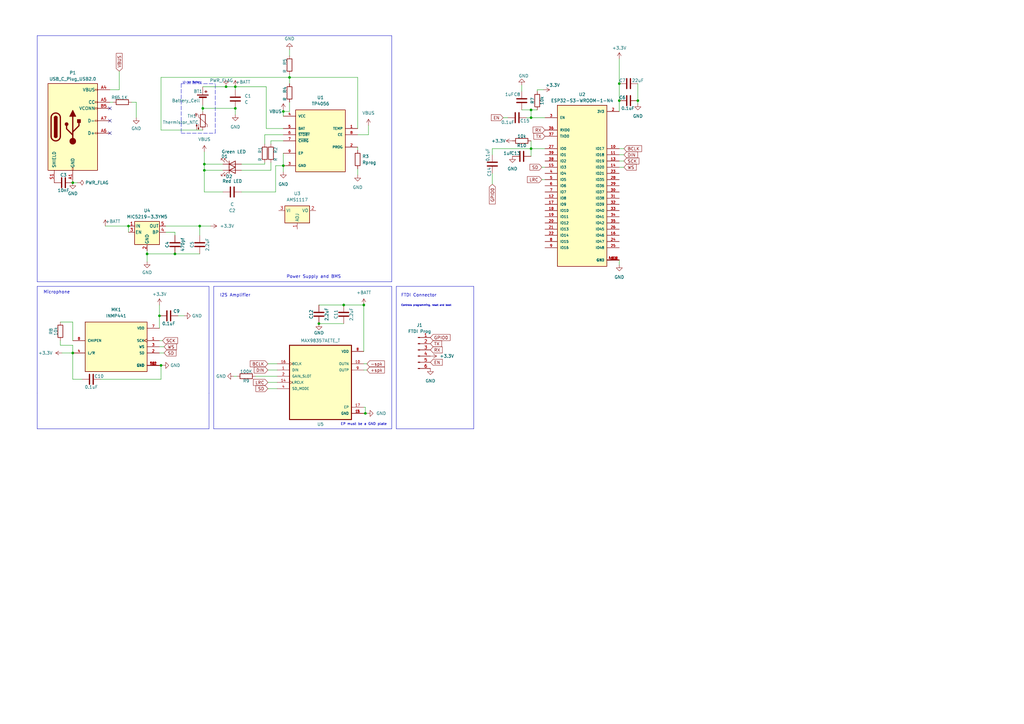
<source format=kicad_sch>
(kicad_sch (version 20230121) (generator eeschema)
  (paper "A3")
  (lib_symbols
    (symbol "Connector:Conn_01x06_Pin" (pin_names (offset 1.016) hide)
      (property "Reference" "J" (at 0 7.62 0))
      (property "Value" "Conn_01x06_Pin" (at 0 -10.16 0))
      (symbol "Conn_01x06_Pin_1_1"
        (polyline (pts (xy 1.27 -7.62) (xy 0.8636 -7.62)) (stroke (width 0.1524)))
        (polyline (pts (xy 1.27 -5.08) (xy 0.8636 -5.08)) (stroke (width 0.1524)))
        (polyline (pts (xy 1.27 -2.54) (xy 0.8636 -2.54)) (stroke (width 0.1524)))
        (polyline (pts (xy 1.27 0) (xy 0.8636 0)) (stroke (width 0.1524)))
        (polyline (pts (xy 1.27 2.54) (xy 0.8636 2.54)) (stroke (width 0.1524)))
        (polyline (pts (xy 1.27 5.08) (xy 0.8636 5.08)) (stroke (width 0.1524)))
        (rectangle (start 0.8636 -7.493) (end 0 -7.747) (stroke (width 0.1524)) (fill (type outline)))
        (rectangle (start 0.8636 -4.953) (end 0 -5.207) (stroke (width 0.1524)) (fill (type outline)))
        (rectangle (start 0.8636 -2.413) (end 0 -2.667) (stroke (width 0.1524)) (fill (type outline)))
        (rectangle (start 0.8636 0.127) (end 0 -0.127) (stroke (width 0.1524)) (fill (type outline)))
        (rectangle (start 0.8636 2.667) (end 0 2.413) (stroke (width 0.1524)) (fill (type outline)))
        (rectangle (start 0.8636 5.207) (end 0 4.953) (stroke (width 0.1524)) (fill (type outline)))
        (pin passive line (at 5.08 5.08 180) (length 3.81) (name "Pin_1") (number "1"))
        (pin passive line (at 5.08 2.54 180) (length 3.81) (name "Pin_2") (number "2"))
        (pin passive line (at 5.08 0 180) (length 3.81) (name "Pin_3") (number "3"))
        (pin passive line (at 5.08 -2.54 180) (length 3.81) (name "Pin_4") (number "4"))
        (pin passive line (at 5.08 -5.08 180) (length 3.81) (name "Pin_5") (number "5"))
        (pin passive line (at 5.08 -7.62 180) (length 3.81) (name "Pin_6") (number "6"))
      )
    )
    (symbol "Connector:USB_C_Plug_USB2.0" (pin_names (offset 1.016))
      (property "Reference" "P" (at -10.16 19.05 0))
      (property "Value" "USB_C_Plug_USB2.0" (at 12.7 19.05 0))
      (symbol "USB_C_Plug_USB2.0_0_0"
        (rectangle (start -0.254 -17.78) (end 0.254 -16.764))
        (rectangle (start 10.16 -2.286) (end 9.144 -2.794))
        (rectangle (start 10.16 2.794) (end 9.144 2.286))
        (rectangle (start 10.16 7.874) (end 9.144 7.366))
        (rectangle (start 10.16 10.414) (end 9.144 9.906))
        (rectangle (start 10.16 15.494) (end 9.144 14.986))
      )
      (symbol "USB_C_Plug_USB2.0_0_1"
        (rectangle (start -10.16 17.78) (end 10.16 -17.78) (stroke (width 0.254)) (fill (type background)))
        (arc (start -8.89 -3.81) (mid -6.985 -5.7067) (end -5.08 -3.81) (stroke (width 0.508)))
        (arc (start -7.62 -3.81) (mid -6.985 -4.4423) (end -6.35 -3.81) (stroke (width 0.254)))
        (arc (start -7.62 -3.81) (mid -6.985 -4.4423) (end -6.35 -3.81) (stroke (width 0.254)) (fill (type outline)))
        (rectangle (start -7.62 -3.81) (end -6.35 3.81) (stroke (width 0.254)) (fill (type outline)))
        (arc (start -6.35 3.81) (mid -6.985 4.4423) (end -7.62 3.81) (stroke (width 0.254)))
        (arc (start -6.35 3.81) (mid -6.985 4.4423) (end -7.62 3.81) (stroke (width 0.254)) (fill (type outline)))
        (arc (start -5.08 3.81) (mid -6.985 5.7067) (end -8.89 3.81) (stroke (width 0.508)))
        (circle (center -2.54 1.143) (radius 0.635) (stroke (width 0.254)) (fill (type outline)))
        (circle (center 0 -5.842) (radius 1.27) (fill (type outline)))
        (polyline (pts (xy -8.89 -3.81) (xy -8.89 3.81)) (stroke (width 0.508)))
        (polyline (pts (xy -5.08 3.81) (xy -5.08 -3.81)) (stroke (width 0.508)))
        (polyline (pts (xy 0 -5.842) (xy 0 4.318)) (stroke (width 0.508)))
        (polyline (pts (xy 0 -3.302) (xy -2.54 -0.762) (xy -2.54 0.508)) (stroke (width 0.508)))
        (polyline (pts (xy 0 -2.032) (xy 2.54 0.508) (xy 2.54 1.778)) (stroke (width 0.508)))
        (polyline (pts (xy -1.27 4.318) (xy 0 6.858) (xy 1.27 4.318) (xy -1.27 4.318)) (stroke (width 0.254)) (fill (type outline)))
        (rectangle (start 1.905 1.778) (end 3.175 3.048) (stroke (width 0.254)) (fill (type outline)))
      )
      (symbol "USB_C_Plug_USB2.0_1_1"
        (pin passive line (at 0 -22.86 90) (length 5.08) (name "GND") (number "A1"))
        (pin passive line (at 0 -22.86 90) (length 5.08) hide (name "GND") (number "A12"))
        (pin passive line (at 15.24 15.24 180) (length 5.08) (name "VBUS") (number "A4"))
        (pin bidirectional line (at 15.24 10.16 180) (length 5.08) (name "CC") (number "A5"))
        (pin bidirectional line (at 15.24 -2.54 180) (length 5.08) (name "D+") (number "A6"))
        (pin bidirectional line (at 15.24 2.54 180) (length 5.08) (name "D-") (number "A7"))
        (pin passive line (at 15.24 15.24 180) (length 5.08) hide (name "VBUS") (number "A9"))
        (pin passive line (at 0 -22.86 90) (length 5.08) hide (name "GND") (number "B1"))
        (pin passive line (at 0 -22.86 90) (length 5.08) hide (name "GND") (number "B12"))
        (pin passive line (at 15.24 15.24 180) (length 5.08) hide (name "VBUS") (number "B4"))
        (pin bidirectional line (at 15.24 7.62 180) (length 5.08) (name "VCONN") (number "B5"))
        (pin passive line (at 15.24 15.24 180) (length 5.08) hide (name "VBUS") (number "B9"))
        (pin passive line (at -7.62 -22.86 90) (length 5.08) (name "SHIELD") (number "S1"))
      )
    )
    (symbol "Device:Battery_Cell" (pin_numbers hide) (pin_names (offset 0) hide)
      (property "Reference" "BT" (at 2.54 2.54 0))
      (property "Value" "Battery_Cell" (at 2.54 0 0))
      (symbol "Battery_Cell_0_1"
        (rectangle (start -2.286 1.778) (end 2.286 1.524) (fill (type outline)))
        (rectangle (start -1.524 1.016) (end 1.524 0.508) (fill (type outline)))
        (polyline (pts (xy 0 0.762) (xy 0 0)))
        (polyline (pts (xy 0 1.778) (xy 0 2.54)))
        (polyline (pts (xy 0.762 3.048) (xy 1.778 3.048)) (stroke (width 0.254)))
        (polyline (pts (xy 1.27 3.556) (xy 1.27 2.54)) (stroke (width 0.254)))
      )
      (symbol "Battery_Cell_1_1"
        (pin passive line (at 0 5.08 270) (length 2.54) (name "+") (number "1"))
        (pin passive line (at 0 -2.54 90) (length 2.54) (name "-") (number "2"))
      )
    )
    (symbol "Device:C" (pin_numbers hide) (pin_names (offset 0.254))
      (property "Reference" "C" (at 0.635 2.54 0))
      (property "Value" "C" (at 0.635 -2.54 0))
      (symbol "C_0_1"
        (polyline (pts (xy -2.032 -0.762) (xy 2.032 -0.762)) (stroke (width 0.508)))
        (polyline (pts (xy -2.032 0.762) (xy 2.032 0.762)) (stroke (width 0.508)))
      )
      (symbol "C_1_1"
        (pin passive line (at 0 3.81 270) (length 2.794) (name "~") (number "1"))
        (pin passive line (at 0 -3.81 90) (length 2.794) (name "~") (number "2"))
      )
    )
    (symbol "Device:LED" (pin_numbers hide) (pin_names (offset 1.016) hide)
      (property "Reference" "D" (at 0 2.54 0))
      (property "Value" "LED" (at 0 -2.54 0))
      (symbol "LED_0_1"
        (polyline (pts (xy -1.27 -1.27) (xy -1.27 1.27)) (stroke (width 0.254)))
        (polyline (pts (xy -1.27 0) (xy 1.27 0)))
        (polyline (pts (xy 1.27 -1.27) (xy 1.27 1.27) (xy -1.27 0) (xy 1.27 -1.27)) (stroke (width 0.254)))
        (polyline (pts (xy -3.048 -0.762) (xy -4.572 -2.286) (xy -3.81 -2.286) (xy -4.572 -2.286) (xy -4.572 -1.524)))
        (polyline (pts (xy -1.778 -0.762) (xy -3.302 -2.286) (xy -2.54 -2.286) (xy -3.302 -2.286) (xy -3.302 -1.524)))
      )
      (symbol "LED_1_1"
        (pin passive line (at -3.81 0 0) (length 2.54) (name "K") (number "1"))
        (pin passive line (at 3.81 0 180) (length 2.54) (name "A") (number "2"))
      )
    )
    (symbol "Device:R" (pin_numbers hide) (pin_names (offset 0))
      (property "Reference" "R" (at 2.032 0 90))
      (property "Value" "R" (at 0 0 90))
      (symbol "R_0_1"
        (rectangle (start -1.016 -2.54) (end 1.016 2.54) (stroke (width 0.254)))
      )
      (symbol "R_1_1"
        (pin passive line (at 0 3.81 270) (length 1.27) (name "~") (number "1"))
        (pin passive line (at 0 -3.81 90) (length 1.27) (name "~") (number "2"))
      )
    )
    (symbol "Device:Thermistor_NTC" (pin_numbers hide) (pin_names (offset 0))
      (property "Reference" "TH" (at -4.445 0 90))
      (property "Value" "Thermistor_NTC" (at 3.175 0 90))
      (symbol "Thermistor_NTC_0_1"
        (arc (start -3.048 2.159) (mid -3.0495 2.3143) (end -3.175 2.413))
        (arc (start -3.048 2.159) (mid -2.9736 1.9794) (end -2.794 1.905))
        (arc (start -3.048 2.794) (mid -2.9736 2.6144) (end -2.794 2.54))
        (arc (start -2.794 1.905) (mid -2.6144 1.9794) (end -2.54 2.159))
        (arc (start -2.794 2.54) (mid -2.4393 2.5587) (end -2.159 2.794))
        (arc (start -2.794 3.048) (mid -2.9736 2.9736) (end -3.048 2.794))
        (arc (start -2.54 2.794) (mid -2.6144 2.9736) (end -2.794 3.048))
        (rectangle (start -1.016 2.54) (end 1.016 -2.54) (stroke (width 0.254)))
        (polyline (pts (xy -2.54 2.159) (xy -2.54 2.794)))
        (polyline (pts (xy -1.778 2.54) (xy -1.778 1.524) (xy 1.778 -1.524) (xy 1.778 -2.54)))
        (polyline (pts (xy -2.54 -3.683) (xy -2.54 -1.397) (xy -2.794 -2.159) (xy -2.286 -2.159) (xy -2.54 -1.397) (xy -2.54 -1.651)) (fill (type outline)))
        (polyline (pts (xy -1.778 -1.397) (xy -1.778 -3.683) (xy -2.032 -2.921) (xy -1.524 -2.921) (xy -1.778 -3.683) (xy -1.778 -3.429)) (fill (type outline)))
      )
      (symbol "Thermistor_NTC_1_1"
        (pin passive line (at 0 3.81 270) (length 1.27) (name "~") (number "1"))
        (pin passive line (at 0 -3.81 90) (length 1.27) (name "~") (number "2"))
      )
    )
    (symbol "ESP32-S3-WROOM-1-N4:ESP32-S3-WROOM-1-N4" (pin_names (offset 1.016))
      (property "Reference" "U" (at -10.16 34.1122 0))
      (property "Value" "ESP32-S3-WROOM-1-N4" (at -10.16 -35.56 0))
      (symbol "ESP32-S3-WROOM-1-N4_0_0"
        (rectangle (start -10.16 -33.02) (end 10.16 33.02) (stroke (width 0.254)) (fill (type background)))
        (pin power_in line (at 15.24 -30.48 180) (length 5.08) (name "GND") (number "1"))
        (pin bidirectional line (at 15.24 15.24 180) (length 5.08) (name "IO17") (number "10"))
        (pin bidirectional line (at 15.24 12.7 180) (length 5.08) (name "IO18") (number "11"))
        (pin bidirectional line (at -15.24 -5.08 0) (length 5.08) (name "IO8") (number "12"))
        (pin bidirectional line (at 15.24 10.16 180) (length 5.08) (name "IO19") (number "13"))
        (pin bidirectional line (at 15.24 7.62 180) (length 5.08) (name "IO20") (number "14"))
        (pin bidirectional line (at -15.24 7.62 0) (length 5.08) (name "IO3") (number "15"))
        (pin bidirectional line (at 15.24 -20.32 180) (length 5.08) (name "IO46") (number "16"))
        (pin bidirectional line (at -15.24 -7.62 0) (length 5.08) (name "IO9") (number "17"))
        (pin bidirectional line (at -15.24 -10.16 0) (length 5.08) (name "IO10") (number "18"))
        (pin bidirectional line (at -15.24 -12.7 0) (length 5.08) (name "IO11") (number "19"))
        (pin power_in line (at 15.24 30.48 180) (length 5.08) (name "3V3") (number "2"))
        (pin bidirectional line (at -15.24 -15.24 0) (length 5.08) (name "IO12") (number "20"))
        (pin bidirectional line (at -15.24 -17.78 0) (length 5.08) (name "IO13") (number "21"))
        (pin bidirectional line (at -15.24 -20.32 0) (length 5.08) (name "IO14") (number "22"))
        (pin bidirectional line (at 15.24 5.08 180) (length 5.08) (name "IO21") (number "23"))
        (pin bidirectional line (at 15.24 -22.86 180) (length 5.08) (name "IO47") (number "24"))
        (pin bidirectional line (at 15.24 -25.4 180) (length 5.08) (name "IO48") (number "25"))
        (pin bidirectional line (at 15.24 -17.78 180) (length 5.08) (name "IO45") (number "26"))
        (pin bidirectional line (at -15.24 15.24 0) (length 5.08) (name "IO0") (number "27"))
        (pin bidirectional line (at 15.24 2.54 180) (length 5.08) (name "IO35") (number "28"))
        (pin bidirectional line (at 15.24 0 180) (length 5.08) (name "IO36") (number "29"))
        (pin input line (at -15.24 27.94 0) (length 5.08) (name "EN") (number "3"))
        (pin bidirectional line (at 15.24 -2.54 180) (length 5.08) (name "IO37") (number "30"))
        (pin bidirectional line (at 15.24 -5.08 180) (length 5.08) (name "IO38") (number "31"))
        (pin bidirectional line (at 15.24 -7.62 180) (length 5.08) (name "IO39") (number "32"))
        (pin bidirectional line (at 15.24 -10.16 180) (length 5.08) (name "IO40") (number "33"))
        (pin bidirectional line (at 15.24 -12.7 180) (length 5.08) (name "IO41") (number "34"))
        (pin bidirectional line (at 15.24 -15.24 180) (length 5.08) (name "IO42") (number "35"))
        (pin bidirectional line (at -15.24 22.86 0) (length 5.08) (name "RXD0") (number "36"))
        (pin bidirectional line (at -15.24 20.32 0) (length 5.08) (name "TXD0") (number "37"))
        (pin bidirectional line (at -15.24 10.16 0) (length 5.08) (name "IO2") (number "38"))
        (pin bidirectional line (at -15.24 12.7 0) (length 5.08) (name "IO1") (number "39"))
        (pin bidirectional line (at -15.24 5.08 0) (length 5.08) (name "IO4") (number "4"))
        (pin power_in line (at 15.24 -30.48 180) (length 5.08) (name "GND") (number "40"))
        (pin power_in line (at 15.24 -30.48 180) (length 5.08) (name "GND") (number "41_1"))
        (pin power_in line (at 15.24 -30.48 180) (length 5.08) (name "GND") (number "41_2"))
        (pin power_in line (at 15.24 -30.48 180) (length 5.08) (name "GND") (number "41_3"))
        (pin power_in line (at 15.24 -30.48 180) (length 5.08) (name "GND") (number "41_4"))
        (pin power_in line (at 15.24 -30.48 180) (length 5.08) (name "GND") (number "41_5"))
        (pin power_in line (at 15.24 -30.48 180) (length 5.08) (name "GND") (number "41_6"))
        (pin power_in line (at 15.24 -30.48 180) (length 5.08) (name "GND") (number "41_7"))
        (pin power_in line (at 15.24 -30.48 180) (length 5.08) (name "GND") (number "41_8"))
        (pin power_in line (at 15.24 -30.48 180) (length 5.08) (name "GND") (number "41_9"))
        (pin bidirectional line (at -15.24 2.54 0) (length 5.08) (name "IO5") (number "5"))
        (pin bidirectional line (at -15.24 0 0) (length 5.08) (name "IO6") (number "6"))
        (pin bidirectional line (at -15.24 -2.54 0) (length 5.08) (name "IO7") (number "7"))
        (pin bidirectional line (at -15.24 -22.86 0) (length 5.08) (name "IO15") (number "8"))
        (pin bidirectional line (at -15.24 -25.4 0) (length 5.08) (name "IO16") (number "9"))
      )
    )
    (symbol "INMP441:INMP441" (pin_names (offset 1.016))
      (property "Reference" "MK" (at -12.7 10.795 0))
      (property "Value" "INMP441" (at -12.7 -12.7 0))
      (symbol "INMP441_0_0"
        (rectangle (start -12.7 -10.16) (end 12.7 10.16) (stroke (width 0.254)) (fill (type background)))
        (pin input clock (at 17.78 2.54 180) (length 5.08) (name "SCK") (number "1"))
        (pin bidirectional line (at 17.78 -2.54 180) (length 5.08) (name "SD") (number "2"))
        (pin input line (at 17.78 0 180) (length 5.08) (name "WS") (number "3"))
        (pin input line (at -17.78 -2.54 0) (length 5.08) (name "L/R") (number "4"))
        (pin power_in line (at 17.78 -7.62 180) (length 5.08) (name "GND") (number "5_1"))
        (pin power_in line (at 17.78 -7.62 180) (length 5.08) (name "GND") (number "5_2"))
        (pin power_in line (at 17.78 -7.62 180) (length 5.08) (name "GND") (number "6"))
        (pin power_in line (at 17.78 7.62 180) (length 5.08) (name "VDD") (number "7"))
        (pin input line (at -17.78 2.54 0) (length 5.08) (name "CHIPEN") (number "8"))
        (pin power_in line (at 17.78 -7.62 180) (length 5.08) (name "GND") (number "9"))
      )
    )
    (symbol "MAX98357AETE_T:MAX98357AETE_T" (pin_names (offset 1.016))
      (property "Reference" "U" (at -12.7 16.24 0))
      (property "Value" "MAX98357AETE_T" (at -12.7 -19.24 0))
      (symbol "MAX98357AETE_T_0_0"
        (rectangle (start -12.7 -15.24) (end 12.7 15.24) (stroke (width 0.41)) (fill (type background)))
        (pin input line (at -17.78 5.08 0) (length 5.08) (name "DIN") (number "1"))
        (pin output line (at 17.78 7.62 180) (length 5.08) (name "OUTN") (number "10"))
        (pin power_in line (at 17.78 -12.7 180) (length 5.08) (name "GND") (number "11"))
        (pin input clock (at -17.78 0 0) (length 5.08) (name "LRCLK") (number "14"))
        (pin power_in line (at 17.78 -12.7 180) (length 5.08) (name "GND") (number "15"))
        (pin input clock (at -17.78 7.62 0) (length 5.08) (name "BCLK") (number "16"))
        (pin power_in line (at 17.78 -10.16 180) (length 5.08) (name "EP") (number "17"))
        (pin input line (at -17.78 2.54 0) (length 5.08) (name "GAIN_SLOT") (number "2"))
        (pin power_in line (at 17.78 -12.7 180) (length 5.08) (name "GND") (number "3"))
        (pin input line (at -17.78 -2.54 0) (length 5.08) (name "SD_MODE") (number "4"))
        (pin power_in line (at 17.78 12.7 180) (length 5.08) (name "VDD") (number "7"))
        (pin power_in line (at 17.78 12.7 180) (length 5.08) (name "VDD") (number "8"))
        (pin output line (at 17.78 5.08 180) (length 5.08) (name "OUTP") (number "9"))
      )
    )
    (symbol "Regulator_Linear:AMS1117"
      (property "Reference" "U" (at -3.81 3.175 0))
      (property "Value" "AMS1117" (at 0 3.175 0))
      (symbol "AMS1117_0_1"
        (rectangle (start -5.08 -5.08) (end 5.08 1.905) (stroke (width 0.254)) (fill (type background)))
      )
      (symbol "AMS1117_1_1"
        (pin input line (at 0 -7.62 90) (length 2.54) (name "ADJ") (number "1"))
        (pin power_out line (at 7.62 0 180) (length 2.54) (name "VO") (number "2"))
        (pin power_in line (at -7.62 0 0) (length 2.54) (name "VI") (number "3"))
      )
    )
    (symbol "Regulator_Linear:MIC5219-3.3YM5" (pin_names (offset 0.254))
      (property "Reference" "U" (at -3.81 5.715 0))
      (property "Value" "MIC5219-3.3YM5" (at 0 5.715 0))
      (symbol "MIC5219-3.3YM5_0_1"
        (rectangle (start -5.08 4.445) (end 5.08 -5.08) (stroke (width 0.254)) (fill (type background)))
      )
      (symbol "MIC5219-3.3YM5_1_1"
        (pin power_in line (at -7.62 2.54 0) (length 2.54) (name "IN") (number "1"))
        (pin power_in line (at 0 -7.62 90) (length 2.54) (name "GND") (number "2"))
        (pin input line (at -7.62 0 0) (length 2.54) (name "EN") (number "3"))
        (pin input line (at 7.62 0 180) (length 2.54) (name "BP") (number "4"))
        (pin power_out line (at 7.62 2.54 180) (length 2.54) (name "OUT") (number "5"))
      )
    )
    (symbol "TP4056:TP4056" (pin_names (offset 1.016))
      (property "Reference" "U" (at -10.16 13.208 0))
      (property "Value" "TP4056" (at -10.16 -15.24 0))
      (symbol "TP4056_0_0"
        (rectangle (start -10.16 -12.7) (end 10.16 12.7) (stroke (width 0.254)) (fill (type background)))
        (pin input line (at -15.24 5.08 0) (length 5.08) (name "TEMP") (number "1"))
        (pin bidirectional line (at -15.24 -2.54 0) (length 5.08) (name "PROG") (number "2"))
        (pin power_in line (at 15.24 -10.16 180) (length 5.08) (name "GND") (number "3"))
        (pin power_in line (at 15.24 10.16 180) (length 5.08) (name "VCC") (number "4"))
        (pin output line (at 15.24 5.08 180) (length 5.08) (name "BAT") (number "5"))
        (pin output line (at 15.24 2.54 180) (length 5.08) (name "~{STDBY}") (number "6"))
        (pin output line (at 15.24 0 180) (length 5.08) (name "~{CHRG}") (number "7"))
        (pin input line (at -15.24 2.54 0) (length 5.08) (name "CE") (number "8"))
        (pin passive line (at 15.24 -5.08 180) (length 5.08) (name "EP") (number "9"))
      )
    )
    (symbol "power:+3.3V" (power) (pin_names (offset 0))
      (property "Value" "+3.3V" (at 0 3.556 0))
      (symbol "+3.3V_0_1"
        (polyline (pts (xy -0.762 1.27) (xy 0 2.54)))
        (polyline (pts (xy 0 0) (xy 0 2.54)))
        (polyline (pts (xy 0 2.54) (xy 0.762 1.27)))
      )
      (symbol "+3.3V_1_1"
        (pin power_in line (at 0 0 90) (length 0) hide (name "+3.3V") (number "1"))
      )
    )
    (symbol "power:+BATT" (power) (pin_names (offset 0))
      (property "Value" "+BATT" (at 0 3.556 0))
      (symbol "+BATT_0_1"
        (polyline (pts (xy -0.762 1.27) (xy 0 2.54)))
        (polyline (pts (xy 0 0) (xy 0 2.54)))
        (polyline (pts (xy 0 2.54) (xy 0.762 1.27)))
      )
      (symbol "+BATT_1_1"
        (pin power_in line (at 0 0 90) (length 0) hide (name "+BATT") (number "1"))
      )
    )
    (symbol "power:GND" (power) (pin_names (offset 0))
      (property "Value" "GND" (at 0 -3.81 0))
      (symbol "GND_0_1"
        (polyline (pts (xy 0 0) (xy 0 -1.27) (xy 1.27 -1.27) (xy 0 -2.54) (xy -1.27 -1.27) (xy 0 -1.27)))
      )
      (symbol "GND_1_1"
        (pin power_in line (at 0 0 270) (length 0) hide (name "GND") (number "1"))
      )
    )
    (symbol "power:PWR_FLAG" (power) (pin_numbers hide) (pin_names (offset 0) hide)
      (property "Value" "PWR_FLAG" (at 0 3.81 0))
      (symbol "PWR_FLAG_0_0"
        (pin power_out line (at 0 0 90) (length 0) (name "pwr") (number "1"))
      )
      (symbol "PWR_FLAG_0_1"
        (polyline (pts (xy 0 0) (xy 0 1.27) (xy -1.016 1.905) (xy 0 2.54) (xy 1.016 1.905) (xy 0 1.27)))
      )
    )
    (symbol "power:VBUS" (power) (pin_names (offset 0))
      (property "Value" "VBUS" (at 0 3.81 0))
      (symbol "VBUS_0_1"
        (polyline (pts (xy -0.762 1.27) (xy 0 2.54)))
        (polyline (pts (xy 0 0) (xy 0 2.54)))
        (polyline (pts (xy 0 2.54) (xy 0.762 1.27)))
      )
      (symbol "VBUS_1_1"
        (pin power_in line (at 0 0 90) (length 0) hide (name "VBUS") (number "1"))
      )
    )
  )
  (junction (at 116.205 67.945))
  (junction (at 66.04 149.86))
  (junction (at 81.915 92.71))
  (junction (at 130.81 132.715))
  (junction (at 60.325 104.14))
  (junction (at 217.805 45.085))
  (junction (at 96.52 35.56))
  (junction (at 29.845 144.78))
  (junction (at 29.845 74.93))
  (junction (at 149.225 125.095))
  (junction (at 96.52 44.45))
  (junction (at 92.71 35.56))
  (junction (at 83.185 44.45))
  (junction (at 261.62 41.275))
  (junction (at 217.805 60.96))
  (junction (at 149.86 169.545))
  (junction (at 116.205 45.72))
  (junction (at 217.805 48.26))
  (junction (at 83.82 69.85))
  (junction (at 52.705 92.71))
  (junction (at 83.82 67.31))
  (junction (at 118.745 31.75))
  (junction (at 65.405 129.54))
  (junction (at 254 34.29))
  (junction (at 254 41.275))
  (junction (at 140.97 125.095))
  (junction (at 71.755 104.14))
  (no_connect (at 45.085 54.61))
  (no_connect (at 45.085 44.45))
  (no_connect (at 45.085 49.53))
  (wire (pts (xy 149.225 125.095) (xy 149.225 144.145)))
  (wire (pts (xy 149.86 169.545) (xy 150.495 169.545)))
  (wire (pts (xy 43.18 92.71) (xy 52.705 92.71)))
  (wire (pts (xy 83.82 67.31) (xy 83.82 62.23)))
  (wire (pts (xy 81.915 92.71) (xy 81.915 96.52)))
  (wire (pts (xy 83.185 44.45) (xy 83.185 45.72)))
  (wire (pts (xy 206.375 48.26) (xy 208.28 48.26)))
  (wire (pts (xy 83.185 35.56) (xy 92.71 35.56)))
  (wire (pts (xy 66.04 31.75) (xy 118.745 31.75)))
  (wire (pts (xy 146.685 55.245) (xy 151.13 55.245)))
  (wire (pts (xy 146.685 60.325) (xy 146.685 61.595)))
  (wire (pts (xy 92.71 35.56) (xy 96.52 35.56)))
  (wire (pts (xy 113.03 67.945) (xy 116.205 67.945)))
  (polyline (pts (xy 74.295 34.29) (xy 74.295 54.61)) (stroke (width 0) (type dash)))
  (wire (pts (xy 118.745 31.75) (xy 118.745 34.29)))
  (wire (pts (xy 118.745 31.75) (xy 146.685 31.75)))
  (wire (pts (xy 109.855 159.385) (xy 113.665 159.385)))
  (wire (pts (xy 65.405 144.78) (xy 67.31 144.78)))
  (wire (pts (xy 24.765 139.7) (xy 24.765 141.605)))
  (wire (pts (xy 146.685 31.75) (xy 146.685 52.705)))
  (wire (pts (xy 83.185 43.18) (xy 83.185 44.45)))
  (wire (pts (xy 215.9 48.26) (xy 217.805 48.26)))
  (wire (pts (xy 66.04 155.575) (xy 66.04 149.86)))
  (wire (pts (xy 261.62 34.29) (xy 261.62 41.275)))
  (polyline (pts (xy 88.265 54.61) (xy 88.265 34.29)) (stroke (width 0) (type dash)))
  (wire (pts (xy 254 66.04) (xy 255.905 66.04)))
  (wire (pts (xy 222.25 73.66) (xy 223.52 73.66)))
  (wire (pts (xy 60.325 102.87) (xy 60.325 104.14)))
  (wire (pts (xy 254 106.68) (xy 254 108.585)))
  (wire (pts (xy 220.345 36.83) (xy 220.345 37.465)))
  (wire (pts (xy 149.225 167.005) (xy 149.86 167.005)))
  (wire (pts (xy 65.405 142.24) (xy 67.31 142.24)))
  (polyline (pts (xy 15.24 115.57) (xy 160.655 115.57)))
  (wire (pts (xy 45.085 36.83) (xy 48.895 36.83)))
  (wire (pts (xy 65.405 125.095) (xy 65.405 129.54)))
  (polyline (pts (xy 162.56 117.475) (xy 194.31 117.475)))
  (wire (pts (xy 99.06 69.85) (xy 111.125 69.85)))
  (wire (pts (xy 60.325 104.14) (xy 60.325 107.315)))
  (wire (pts (xy 254 24.13) (xy 254 34.29)))
  (wire (pts (xy 109.855 149.225) (xy 113.665 149.225)))
  (wire (pts (xy 25.4 144.78) (xy 29.845 144.78)))
  (wire (pts (xy 24.765 141.605) (xy 29.845 141.605)))
  (polyline (pts (xy 15.24 14.605) (xy 15.24 115.57)))
  (polyline (pts (xy 160.655 175.895) (xy 160.655 117.475)))
  (wire (pts (xy 116.205 45.72) (xy 116.205 47.625)))
  (wire (pts (xy 149.86 167.005) (xy 149.86 169.545)))
  (wire (pts (xy 29.845 74.93) (xy 31.75 74.93)))
  (wire (pts (xy 60.325 104.14) (xy 71.755 104.14)))
  (wire (pts (xy 109.22 52.705) (xy 109.22 35.56)))
  (wire (pts (xy 261.62 41.275) (xy 261.62 42.545)))
  (wire (pts (xy 109.855 156.845) (xy 113.665 156.845)))
  (wire (pts (xy 24.765 132.08) (xy 29.845 132.08)))
  (wire (pts (xy 217.805 57.785) (xy 217.805 60.96)))
  (wire (pts (xy 140.97 125.095) (xy 149.225 125.095)))
  (wire (pts (xy 96.52 44.45) (xy 96.52 46.99)))
  (wire (pts (xy 116.205 67.945) (xy 116.205 70.485)))
  (wire (pts (xy 45.085 41.91) (xy 46.355 41.91)))
  (wire (pts (xy 217.805 45.085) (xy 217.805 48.26)))
  (wire (pts (xy 65.405 129.54) (xy 65.405 134.62)))
  (wire (pts (xy 96.52 35.56) (xy 96.52 36.83)))
  (wire (pts (xy 217.805 45.085) (xy 213.995 45.085)))
  (wire (pts (xy 118.745 20.32) (xy 118.745 22.86)))
  (wire (pts (xy 71.755 95.25) (xy 71.755 96.52)))
  (wire (pts (xy 130.81 125.095) (xy 140.97 125.095)))
  (wire (pts (xy 151.13 51.435) (xy 151.13 55.245)))
  (wire (pts (xy 29.845 141.605) (xy 29.845 144.78)))
  (polyline (pts (xy 74.295 34.29) (xy 88.265 34.29)) (stroke (width 0) (type dash)))
  (wire (pts (xy 116.205 45.085) (xy 116.205 45.72)))
  (wire (pts (xy 99.06 78.74) (xy 113.03 78.74)))
  (wire (pts (xy 41.275 155.575) (xy 66.04 155.575)))
  (wire (pts (xy 104.775 154.305) (xy 113.665 154.305)))
  (wire (pts (xy 108.585 55.245) (xy 108.585 59.055)))
  (wire (pts (xy 83.82 78.74) (xy 83.82 69.85)))
  (wire (pts (xy 201.93 60.96) (xy 217.805 60.96)))
  (wire (pts (xy 217.805 60.96) (xy 217.805 64.135)))
  (wire (pts (xy 108.585 55.245) (xy 116.205 55.245)))
  (wire (pts (xy 118.745 41.91) (xy 118.745 45.72)))
  (wire (pts (xy 213.995 34.925) (xy 213.995 37.465)))
  (wire (pts (xy 91.44 69.85) (xy 83.82 69.85)))
  (wire (pts (xy 83.185 44.45) (xy 96.52 44.45)))
  (polyline (pts (xy 194.31 175.895) (xy 194.31 117.475)))
  (polyline (pts (xy 15.24 175.895) (xy 15.24 161.29)))
  (wire (pts (xy 66.04 53.34) (xy 66.04 31.75)))
  (wire (pts (xy 67.945 92.71) (xy 81.915 92.71)))
  (wire (pts (xy 254 63.5) (xy 255.905 63.5)))
  (wire (pts (xy 254 34.29) (xy 254 41.275)))
  (wire (pts (xy 116.205 52.705) (xy 109.22 52.705)))
  (wire (pts (xy 130.81 132.715) (xy 140.97 132.715)))
  (wire (pts (xy 113.03 78.74) (xy 113.03 67.945)))
  (wire (pts (xy 217.805 60.96) (xy 223.52 60.96)))
  (wire (pts (xy 48.895 29.21) (xy 48.895 36.83)))
  (polyline (pts (xy 85.725 161.29) (xy 85.725 175.895)))
  (polyline (pts (xy 87.63 175.895) (xy 160.655 175.895)))
  (wire (pts (xy 83.82 69.85) (xy 83.82 67.31)))
  (wire (pts (xy 201.93 63.5) (xy 201.93 60.96)))
  (wire (pts (xy 91.44 78.74) (xy 83.82 78.74)))
  (wire (pts (xy 149.225 169.545) (xy 149.86 169.545)))
  (polyline (pts (xy 85.725 161.29) (xy 85.725 117.475)))
  (wire (pts (xy 220.345 45.085) (xy 217.805 45.085)))
  (polyline (pts (xy 15.24 14.605) (xy 160.655 14.605)))
  (wire (pts (xy 118.745 30.48) (xy 118.745 31.75)))
  (polyline (pts (xy 15.24 117.475) (xy 85.725 117.475)))
  (polyline (pts (xy 162.56 117.475) (xy 162.56 175.895)))
  (wire (pts (xy 67.945 95.25) (xy 71.755 95.25)))
  (wire (pts (xy 111.125 66.675) (xy 111.125 69.85)))
  (wire (pts (xy 99.06 67.31) (xy 108.585 67.31)))
  (wire (pts (xy 83.185 53.34) (xy 66.04 53.34)))
  (wire (pts (xy 65.405 139.7) (xy 66.675 139.7)))
  (wire (pts (xy 55.88 41.91) (xy 55.88 48.26)))
  (wire (pts (xy 111.125 57.785) (xy 116.205 57.785)))
  (wire (pts (xy 222.885 36.83) (xy 220.345 36.83)))
  (polyline (pts (xy 15.24 117.475) (xy 15.24 161.29)))
  (wire (pts (xy 52.705 92.71) (xy 52.705 95.25)))
  (wire (pts (xy 217.805 48.26) (xy 223.52 48.26)))
  (wire (pts (xy 149.225 151.765) (xy 150.495 151.765)))
  (wire (pts (xy 108.585 66.675) (xy 108.585 67.31)))
  (wire (pts (xy 29.845 155.575) (xy 33.655 155.575)))
  (wire (pts (xy 73.025 129.54) (xy 75.565 129.54)))
  (wire (pts (xy 222.25 68.58) (xy 223.52 68.58)))
  (polyline (pts (xy 74.295 54.61) (xy 88.265 54.61)) (stroke (width 0) (type dash)))
  (wire (pts (xy 71.755 104.14) (xy 81.915 104.14)))
  (wire (pts (xy 254 41.275) (xy 254 45.72)))
  (polyline (pts (xy 85.725 175.895) (xy 15.24 175.895)))
  (polyline (pts (xy 162.56 175.895) (xy 194.31 175.895)))
  (wire (pts (xy 81.915 92.71) (xy 86.36 92.71)))
  (polyline (pts (xy 87.63 117.475) (xy 160.655 117.475)))
  (wire (pts (xy 111.125 57.785) (xy 111.125 59.055)))
  (wire (pts (xy 109.22 35.56) (xy 96.52 35.56)))
  (wire (pts (xy 146.685 69.215) (xy 146.685 71.755)))
  (wire (pts (xy 254 60.96) (xy 255.905 60.96)))
  (wire (pts (xy 29.845 132.08) (xy 29.845 139.7)))
  (wire (pts (xy 149.225 149.225) (xy 150.495 149.225)))
  (wire (pts (xy 254 68.58) (xy 255.905 68.58)))
  (wire (pts (xy 66.04 149.86) (xy 66.675 149.86)))
  (wire (pts (xy 201.93 71.12) (xy 201.93 75.565)))
  (polyline (pts (xy 160.655 115.57) (xy 160.655 14.605)))
  (wire (pts (xy 95.885 154.305) (xy 97.155 154.305)))
  (wire (pts (xy 53.975 41.91) (xy 55.88 41.91)))
  (wire (pts (xy 65.405 149.86) (xy 66.04 149.86)))
  (wire (pts (xy 118.745 45.72) (xy 116.205 45.72)))
  (wire (pts (xy 116.205 62.865) (xy 116.205 67.945)))
  (polyline (pts (xy 87.63 117.475) (xy 87.63 175.895)))
  (wire (pts (xy 29.845 144.78) (xy 29.845 155.575)))
  (wire (pts (xy 109.855 151.765) (xy 113.665 151.765)))
  (wire (pts (xy 91.44 67.31) (xy 83.82 67.31)))
  (text "Power Supply and BMS" (at 117.475 114.3 0) (effects (font (size 1.27 1.27)) (justify left bottom)))
  (text "I2S Amplifier" (at 90.17 121.92 0) (effects (font (size 1.27 1.27)) (justify left bottom)))
  (text "FTDI Connector\n" (at 164.465 121.92 0) (effects (font (size 1.27 1.27)) (justify left bottom)))
  (text "Microphone" (at 17.78 120.65 0) (effects (font (size 1.27 1.27)) (justify left bottom)))
  (text "EP must be a GND plate\n" (at 139.7 174.625 0) (effects (font (size 1 1)) (justify left bottom)))
  (text "Controls programming, reset and boot\n" (at 164.465 125.73 0) (effects (font (size 0.7 0.7)) (justify left bottom)))
  (text "Li-Ion Battery" (at 74.93 34.29 0) (effects (font (size 0.7 0.7)) (justify left bottom)))
  (global_label "SD" (shape input) (at 222.25 68.58 180) (property "Intersheetrefs" "${INTERSHEET_REFS}" (effects hide)))
  (global_label "EN" (shape input) (at 206.375 48.26 180) (property "Intersheetrefs" "${INTERSHEET_REFS}" (effects hide)))
  (global_label "-spk" (shape input) (at 150.495 149.225 0) (property "Intersheetrefs" "${INTERSHEET_REFS}" (effects hide)))
  (global_label "VBUS" (shape input) (at 48.895 29.21 90) (property "Intersheetrefs" "${INTERSHEET_REFS}" (effects hide)))
  (global_label "SCK" (shape input) (at 255.905 66.04 0) (property "Intersheetrefs" "${INTERSHEET_REFS}" (effects hide)))
  (global_label "GPIO0" (shape input) (at 201.93 75.565 270) (property "Intersheetrefs" "${INTERSHEET_REFS}" (effects hide)))
  (global_label "RX" (shape input) (at 223.52 53.34 180) (property "Intersheetrefs" "${INTERSHEET_REFS}" (effects hide)))
  (global_label "SD" (shape input) (at 109.855 159.385 180) (property "Intersheetrefs" "${INTERSHEET_REFS}" (effects hide)))
  (global_label "TX" (shape input) (at 176.53 140.97 0) (property "Intersheetrefs" "${INTERSHEET_REFS}" (effects hide)))
  (global_label "SCK" (shape input) (at 66.675 139.7 0) (property "Intersheetrefs" "${INTERSHEET_REFS}" (effects hide)))
  (global_label "BCLK" (shape input) (at 255.905 60.96 0) (property "Intersheetrefs" "${INTERSHEET_REFS}" (effects hide)))
  (global_label "GPIO0" (shape input) (at 176.53 138.43 0) (property "Intersheetrefs" "${INTERSHEET_REFS}" (effects hide)))
  (global_label "SD" (shape input) (at 67.31 144.78 0) (property "Intersheetrefs" "${INTERSHEET_REFS}" (effects hide)))
  (global_label "LRC" (shape input) (at 109.855 156.845 180) (property "Intersheetrefs" "${INTERSHEET_REFS}" (effects hide)))
  (global_label "TX" (shape input) (at 223.52 55.88 180) (property "Intersheetrefs" "${INTERSHEET_REFS}" (effects hide)))
  (global_label "RX" (shape input) (at 176.53 143.51 0) (property "Intersheetrefs" "${INTERSHEET_REFS}" (effects hide)))
  (global_label "+spk" (shape input) (at 150.495 151.765 0) (property "Intersheetrefs" "${INTERSHEET_REFS}" (effects hide)))
  (global_label "WS" (shape input) (at 67.31 142.24 0) (property "Intersheetrefs" "${INTERSHEET_REFS}" (effects hide)))
  (global_label "DIN" (shape input) (at 255.905 63.5 0) (property "Intersheetrefs" "${INTERSHEET_REFS}" (effects hide)))
  (global_label "DIN" (shape input) (at 109.855 151.765 180) (property "Intersheetrefs" "${INTERSHEET_REFS}" (effects hide)))
  (global_label "LRC" (shape input) (at 222.25 73.66 180) (property "Intersheetrefs" "${INTERSHEET_REFS}" (effects hide)))
  (global_label "EN" (shape input) (at 176.53 148.59 0) (property "Intersheetrefs" "${INTERSHEET_REFS}" (effects hide)))
  (global_label "BCLK" (shape input) (at 109.855 149.225 180) (property "Intersheetrefs" "${INTERSHEET_REFS}" (effects hide)))
  (global_label "WS" (shape input) (at 255.905 68.58 0) (property "Intersheetrefs" "${INTERSHEET_REFS}" (effects hide)))
  (symbol (lib_id "power:+3.3V") (at 176.53 146.05 270) (unit 1)
    (property "Reference" "#PWR030" (effects hide))
    (property "Value" "+3.3V" (at 180.34 146.05 90) (effects (justify left)))
  )
  (symbol (lib_id "power:+BATT") (at 43.18 92.71 0) (unit 1)
    (property "Reference" "#PWR013" (effects hide))
    (property "Value" "+BATT" (at 46.355 90.805 0))
  )
  (symbol (lib_id "ESP32-S3-WROOM-1-N4:ESP32-S3-WROOM-1-N4") (at 238.76 76.2 0) (unit 1)
    (property "Reference" "U2" (at 238.76 38.735 0))
    (property "Value" "ESP32-S3-WROOM-1-N4" (at 238.76 41.275 0))
    (property "Footprint" "ESP32-S3-WROOM-1-N4:XCVR_ESP32-S3-WROOM-1-N4" (effects hide))
    (property "MF" "Espressif Systems" (effects hide))
    (property "MAXIMUM_PACKAGE_HEIGHT" "3.25mm" (effects hide))
    (property "Package" "NON STANDARD Espressif Systems" (effects hide))
    (property "Price" "None" (effects hide))
    (property "Check_prices" "https://www.snapeda.com/parts/ESP32-S3-WROOM-1-N4/Espressif+Systems/view-part/?ref=eda" (effects hide))
    (property "STANDARD" "Manufacturer Recommendations" (effects hide))
    (property "PARTREV" "v1.0" (effects hide))
    (property "SnapEDA_Link" "https://www.snapeda.com/parts/ESP32-S3-WROOM-1-N4/Espressif+Systems/view-part/?ref=snap" (effects hide))
    (property "MP" "ESP32-S3-WROOM-1-N4" (effects hide))
    (property "Description" "\n                        \n                            Bluetooth, WiFi 802.11b/g/n, Bluetooth v5.0 Transceiver Module 2.4GHz PCB Trace Surface Mount\n                        \n" (effects hide))
    (property "Availability" "In Stock" (effects hide))
    (property "MANUFACTURER" "Espressif" (effects hide))
  )
  (symbol (lib_id "Device:C") (at 140.97 128.905 180) (unit 1)
    (property "Reference" "C11" (at 137.795 128.905 90))
    (property "Value" "2.2uF" (at 144.145 128.905 90))
  )
  (symbol (lib_id "power:+3.3V") (at 25.4 144.78 90) (unit 1)
    (property "Reference" "#PWR023" (effects hide))
    (property "Value" "+3.3V" (at 21.59 144.78 90) (effects (justify left)))
  )
  (symbol (lib_id "power:GND") (at 55.88 48.26 0) (unit 1)
    (property "Reference" "#PWR010" (effects hide))
    (property "Value" "GND" (at 55.88 52.705 0))
  )
  (symbol (lib_id "power:GND") (at 116.205 70.485 0) (unit 1)
    (property "Reference" "#PWR03" (effects hide))
    (property "Value" "GND" (at 116.205 75.565 0))
  )
  (symbol (lib_id "Device:C") (at 130.81 128.905 180) (unit 1)
    (property "Reference" "C12" (at 127.635 128.905 90))
    (property "Value" "2.2uF" (at 133.985 128.905 90))
  )
  (symbol (lib_id "MAX98357AETE_T:MAX98357AETE_T") (at 131.445 156.845 0) (unit 1)
    (property "Reference" "U5" (at 131.445 173.99 0))
    (property "Value" "MAX98357AETE_T" (at 131.445 139.7 0))
    (property "Footprint" "MAX98357AETE_T:QFN50P300X300X80-17N" (effects hide))
    (property "MF" "Analog Devices" (effects hide))
    (property "Description" "\n                        \n                            Tiny, Low-Cost, PCM Class D Amplifier with Class AB Performance\n                        \n" (effects hide))
    (property "Package" "TQFN-16 Maxim" (effects hide))
    (property "Price" "None" (effects hide))
    (property "SnapEDA_Link" "https://www.snapeda.com/parts/MAX98357AETE+T/Analog+Devices/view-part/?ref=snap" (effects hide))
    (property "MP" "MAX98357AETE+T" (effects hide))
    (property "Availability" "In Stock" (effects hide))
    (property "Check_prices" "https://www.snapeda.com/parts/MAX98357AETE+T/Analog+Devices/view-part/?ref=eda" (effects hide))
  )
  (symbol (lib_id "power:GND") (at 118.745 20.32 180) (unit 1)
    (property "Reference" "#PWR06" (effects hide))
    (property "Value" "GND" (at 118.745 15.875 0))
  )
  (symbol (lib_id "Device:C") (at 213.995 64.135 90) (unit 1)
    (property "Reference" "C13" (at 211.455 62.865 90))
    (property "Value" "1uF" (at 208.28 62.865 90))
  )
  (symbol (lib_id "power:VBUS") (at 116.205 45.085 0) (unit 1)
    (property "Reference" "#PWR05" (effects hide))
    (property "Value" "VBUS" (at 113.03 45.72 0))
  )
  (symbol (lib_id "Connector:USB_C_Plug_USB2.0") (at 29.845 52.07 0) (unit 1)
    (property "Reference" "P1" (at 29.845 29.845 0))
    (property "Value" "USB_C_Plug_USB2.0" (at 29.845 32.385 0))
    (property "Datasheet" "https://www.usb.org/sites/default/files/documents/usb_type-c.zip" (effects hide))
  )
  (symbol (lib_id "power:PWR_FLAG") (at 31.75 74.93 270) (unit 1)
    (property "Reference" "#FLG02" (effects hide))
    (property "Value" "PWR_FLAG" (at 34.925 74.93 90) (effects (justify left)))
  )
  (symbol (lib_id "power:GND") (at 96.52 46.99 0) (unit 1)
    (property "Reference" "#PWR07" (effects hide))
    (property "Value" "GND" (at 96.52 52.07 0))
  )
  (symbol (lib_id "Device:Thermistor_NTC") (at 83.185 49.53 0) (unit 1)
    (property "Reference" "TH1" (at 76.835 47.625 0) (effects (justify left)))
    (property "Value" "Thermistor_NTC" (at 66.675 50.165 0) (effects (justify left)))
  )
  (symbol (lib_id "power:GND") (at 210.185 64.135 0) (unit 1)
    (property "Reference" "#PWR028" (effects hide))
    (property "Value" "GND" (at 210.185 69.215 0))
  )
  (symbol (lib_id "Device:R") (at 118.745 38.1 180) (unit 1)
    (property "Reference" "R4" (at 116.84 36.83 90))
    (property "Value" "R" (at 116.84 40.64 90))
  )
  (symbol (lib_id "Device:C") (at 201.93 67.31 180) (unit 1)
    (property "Reference" "C14" (at 200.66 70.485 90))
    (property "Value" "0.1uF" (at 200.025 63.5 90))
  )
  (symbol (lib_id "Regulator_Linear:MIC5219-3.3YM5") (at 60.325 95.25 0) (unit 1)
    (property "Reference" "U4" (at 60.325 86.36 0))
    (property "Value" "MIC5219-3.3YM5" (at 60.325 88.9 0))
    (property "Footprint" "Package_TO_SOT_SMD:SOT-23-5" (effects hide))
    (property "Datasheet" "http://ww1.microchip.com/downloads/en/DeviceDoc/MIC5219-500mA-Peak-Output-LDO-Regulator-DS20006021A.pdf" (effects hide))
  )
  (symbol (lib_id "power:+3.3V") (at 210.185 57.785 90) (unit 1)
    (property "Reference" "#PWR029" (effects hide))
    (property "Value" "+3.3V" (at 204.47 57.785 90))
  )
  (symbol (lib_id "Device:R") (at 118.745 26.67 180) (unit 1)
    (property "Reference" "R5" (at 116.84 25.4 90))
    (property "Value" "R" (at 116.84 29.21 90))
  )
  (symbol (lib_id "power:VBUS") (at 151.13 51.435 0) (unit 1)
    (property "Reference" "#PWR01" (effects hide))
    (property "Value" "VBUS" (at 151.13 46.355 0))
  )
  (symbol (lib_id "Device:R") (at 100.965 154.305 90) (unit 1)
    (property "Reference" "R9" (at 100.965 156.21 90))
    (property "Value" "100K" (at 100.965 152.4 90))
  )
  (symbol (lib_id "Device:C") (at 212.09 48.26 270) (unit 1)
    (property "Reference" "C15" (at 215.265 49.53 90))
    (property "Value" "0.1uF" (at 208.28 50.165 90))
  )
  (symbol (lib_id "Regulator_Linear:AMS1117") (at 121.92 86.36 0) (unit 1)
    (property "Reference" "U3" (at 121.92 79.375 0))
    (property "Value" "AMS1117" (at 121.92 81.915 0))
    (property "Footprint" "Package_TO_SOT_SMD:SOT-223-3_TabPin2" (effects hide))
    (property "Datasheet" "http://www.advanced-monolithic.com/pdf/ds1117.pdf" (effects hide))
  )
  (symbol (lib_id "power:GND") (at 146.685 71.755 0) (unit 1)
    (property "Reference" "#PWR04" (effects hide))
    (property "Value" "GND" (at 146.685 76.835 0))
  )
  (symbol (lib_id "Device:R") (at 213.995 57.785 90) (unit 1)
    (property "Reference" "R10" (at 213.995 59.69 90))
    (property "Value" "10k" (at 213.995 55.88 90))
  )
  (symbol (lib_id "power:GND") (at 213.995 34.925 180) (unit 1)
    (property "Reference" "#PWR019" (effects hide))
    (property "Value" "GND" (at 212.725 31.115 0) (effects (justify right)))
  )
  (symbol (lib_id "Device:R") (at 220.345 41.275 0) (unit 1)
    (property "Reference" "R7" (at 218.44 41.275 90))
    (property "Value" "10k" (at 222.25 41.275 90))
  )
  (symbol (lib_id "Device:R") (at 50.165 41.91 90) (unit 1)
    (property "Reference" "R6" (at 46.99 40.005 90))
    (property "Value" "5.1K" (at 50.165 40.005 90))
  )
  (symbol (lib_id "power:+BATT") (at 149.225 125.095 0) (unit 1)
    (property "Reference" "#PWR024" (effects hide))
    (property "Value" "+BATT" (at 149.225 120.015 0))
  )
  (symbol (lib_id "Device:R") (at 146.685 65.405 0) (unit 1)
    (property "Reference" "R3" (at 148.59 64.135 0) (effects (justify left)))
    (property "Value" "Rprog" (at 148.59 66.675 0) (effects (justify left)))
  )
  (symbol (lib_id "Device:LED") (at 95.25 69.85 0) (unit 1)
    (property "Reference" "D2" (at 93.98 72.39 0))
    (property "Value" "Red LED" (at 95.25 74.295 0))
  )
  (symbol (lib_id "Device:C") (at 37.465 155.575 90) (unit 1)
    (property "Reference" "C10" (at 40.64 154.305 90))
    (property "Value" "0.1uF" (at 37.465 158.75 90))
  )
  (symbol (lib_id "power:GND") (at 261.62 42.545 0) (unit 1)
    (property "Reference" "#PWR017" (effects hide))
    (property "Value" "GND" (at 261.62 47.625 0))
  )
  (symbol (lib_id "power:GND") (at 254 108.585 0) (unit 1)
    (property "Reference" "#PWR014" (effects hide))
    (property "Value" "GND" (at 254 113.665 0))
  )
  (symbol (lib_id "Device:R") (at 24.765 135.89 180) (unit 1)
    (property "Reference" "R8" (at 20.955 135.89 90))
    (property "Value" "10k" (at 22.86 135.89 90))
  )
  (symbol (lib_id "power:GND") (at 150.495 169.545 90) (unit 1)
    (property "Reference" "#PWR027" (effects hide))
    (property "Value" "GND" (at 154.305 169.545 90) (effects (justify right)))
  )
  (symbol (lib_id "power:+BATT") (at 96.52 35.56 0) (unit 1)
    (property "Reference" "#PWR08" (effects hide))
    (property "Value" "+BATT" (at 99.695 33.655 0))
  )
  (symbol (lib_id "power:+3.3V") (at 222.885 36.83 270) (unit 1)
    (property "Reference" "#PWR018" (effects hide))
    (property "Value" "+3.3V" (at 226.695 34.925 90))
  )
  (symbol (lib_id "power:+3.3V") (at 65.405 125.095 0) (unit 1)
    (property "Reference" "#PWR020" (effects hide))
    (property "Value" "+3.3V" (at 65.405 120.65 0))
  )
  (symbol (lib_id "Device:C") (at 96.52 40.64 0) (unit 1)
    (property "Reference" "C1" (at 100.33 39.37 0) (effects (justify left)))
    (property "Value" "C" (at 100.33 41.91 0) (effects (justify left)))
  )
  (symbol (lib_id "Device:C") (at 257.81 41.275 90) (unit 1)
    (property "Reference" "C6" (at 255.27 40.005 90))
    (property "Value" "0.1uF" (at 257.5233 44.4238 90))
  )
  (symbol (lib_id "Device:C") (at 257.81 34.29 90) (unit 1)
    (property "Reference" "C7" (at 255.27 33.02 90))
    (property "Value" "22uF" (at 261.62 33.02 90))
  )
  (symbol (lib_id "power:+3.3V") (at 254 24.13 0) (unit 1)
    (property "Reference" "#PWR016" (effects hide))
    (property "Value" "+3.3V" (at 254 19.685 0))
  )
  (symbol (lib_id "Device:R") (at 108.585 62.865 180) (unit 1)
    (property "Reference" "R1" (at 106.68 61.595 90))
    (property "Value" "R" (at 106.68 65.405 90))
  )
  (symbol (lib_id "TP4056:TP4056") (at 131.445 57.785 0) (mirror y) (unit 1)
    (property "Reference" "U1" (at 131.445 40.005 0))
    (property "Value" "TP4056" (at 131.445 42.545 0))
    (property "Footprint" "TP4056:SOP127P600X175-9N" (effects hide))
    (property "MF" "NanJing Top Power ASIC Corp." (effects hide))
    (property "MAXIMUM_PACKAGE_HEIGHT" "1.75mm" (effects hide))
    (property "Package" "Package" (effects hide))
    (property "Price" "None" (effects hide))
    (property "Check_prices" "https://www.snapeda.com/parts/TP4056/NanJing+Top+Power+ASIC+Corp./view-part/?ref=eda" (effects hide))
    (property "STANDARD" "IPC 7351B" (effects hide))
    (property "SnapEDA_Link" "https://www.snapeda.com/parts/TP4056/NanJing+Top+Power+ASIC+Corp./view-part/?ref=snap" (effects hide))
    (property "MP" "TP4056" (effects hide))
    (property "Description" "\n                        \n                            Complete single cell Li-Ion battery with a constant current / constant voltage linear charger\n                        \n" (effects hide))
    (property "Availability" "Not in stock" (effects hide))
    (property "MANUFACTURER" "NanJing Top Power ASIC Corp." (effects hide))
  )
  (symbol (lib_id "power:GND") (at 66.675 149.86 90) (unit 1)
    (property "Reference" "#PWR022" (effects hide))
    (property "Value" "GND" (at 69.85 149.86 90) (effects (justify right)))
  )
  (symbol (lib_id "power:VBUS") (at 83.82 62.23 0) (unit 1)
    (property "Reference" "#PWR02" (effects hide))
    (property "Value" "VBUS" (at 83.82 57.15 0))
  )
  (symbol (lib_id "power:+3.3V") (at 86.36 92.71 270) (unit 1)
    (property "Reference" "#PWR011" (effects hide))
    (property "Value" "+3.3V" (at 90.17 92.71 90) (effects (justify left)))
  )
  (symbol (lib_id "power:PWR_FLAG") (at 92.71 35.56 0) (unit 1)
    (property "Reference" "#FLG01" (effects hide))
    (property "Value" "PWR_FLAG" (at 90.805 33.02 0))
  )
  (symbol (lib_id "Device:C") (at 71.755 100.33 180) (unit 1)
    (property "Reference" "C4" (at 68.58 100.33 90))
    (property "Value" "470pf" (at 74.93 100.33 90))
  )
  (symbol (lib_id "Device:C") (at 69.215 129.54 90) (unit 1)
    (property "Reference" "C9" (at 72.39 127.635 90))
    (property "Value" "0.1uF" (at 69.215 132.715 90))
  )
  (symbol (lib_id "Connector:Conn_01x06_Pin") (at 171.45 143.51 0) (unit 1)
    (property "Reference" "J1" (at 172.085 133.35 0))
    (property "Value" "FTDI Prog" (at 172.085 135.89 0))
  )
  (symbol (lib_id "Device:LED") (at 95.25 67.31 0) (mirror x) (unit 1)
    (property "Reference" "D1" (at 92.075 64.135 0))
    (property "Value" "Green LED" (at 95.885 62.23 0))
  )
  (symbol (lib_id "Device:R") (at 111.125 62.865 180) (unit 1)
    (property "Reference" "R2" (at 113.03 61.595 90))
    (property "Value" "R" (at 113.03 65.405 90))
  )
  (symbol (lib_id "power:GND") (at 176.53 151.13 0) (unit 1)
    (property "Reference" "#PWR015" (effects hide))
    (property "Value" "GND" (at 176.53 156.21 0))
  )
  (symbol (lib_id "INMP441:INMP441") (at 47.625 142.24 0) (unit 1)
    (property "Reference" "MK1" (at 47.625 127 0))
    (property "Value" "INMP441" (at 47.625 129.54 0))
    (property "Footprint" "INMP441:MIC_INMP441" (effects hide))
    (property "MF" "TDK InvenSense" (effects hide))
    (property "MAXIMUM_PACKAGE_HEIGHT" "1.05 mm" (effects hide))
    (property "Package" "None" (effects hide))
    (property "Price" "None" (effects hide))
    (property "Check_prices" "https://www.snapeda.com/parts/INMP441/TDK/view-part/?ref=eda" (effects hide))
    (property "STANDARD" "Manufacturer Recommendations" (effects hide))
    (property "PARTREV" "1.1" (effects hide))
    (property "SnapEDA_Link" "https://www.snapeda.com/parts/INMP441/TDK/view-part/?ref=snap" (effects hide))
    (property "MP" "INMP441" (effects hide))
    (property "Description" "\n                        \n                            EVAL BOARD MEMS MIC INMP441\n                        \n" (effects hide))
    (property "Availability" "Not in stock" (effects hide))
    (property "MANUFACTURER" "TDK InvenSense" (effects hide))
  )
  (symbol (lib_id "Device:C") (at 95.25 78.74 90) (mirror x) (unit 1)
    (property "Reference" "C2" (at 95.25 86.36 90))
    (property "Value" "C" (at 95.25 83.82 90))
  )
  (symbol (lib_id "power:GND") (at 130.81 132.715 0) (unit 1)
    (property "Reference" "#PWR025" (effects hide))
    (property "Value" "GND" (at 130.81 136.525 0))
  )
  (symbol (lib_id "Device:Battery_Cell") (at 83.185 40.64 0) (unit 1)
    (property "Reference" "BT1" (at 79.375 37.465 0) (effects (justify left)))
    (property "Value" "Battery_Cell" (at 70.485 41.275 0) (effects (justify left)))
  )
  (symbol (lib_id "power:GND") (at 29.845 74.93 0) (unit 1)
    (property "Reference" "#PWR09" (effects hide))
    (property "Value" "GND" (at 29.845 79.375 0))
  )
  (symbol (lib_id "power:GND") (at 60.325 107.315 0) (unit 1)
    (property "Reference" "#PWR012" (effects hide))
    (property "Value" "GND" (at 60.325 111.76 0))
  )
  (symbol (lib_id "Device:C") (at 81.915 100.33 180) (unit 1)
    (property "Reference" "C5" (at 78.74 100.33 90))
    (property "Value" "2.2uF" (at 85.09 100.33 90))
  )
  (symbol (lib_id "power:GND") (at 95.885 154.305 270) (unit 1)
    (property "Reference" "#PWR026" (effects hide))
    (property "Value" "GND" (at 92.71 154.305 90) (effects (justify right)))
  )
  (symbol (lib_id "Device:C") (at 213.995 41.275 0) (unit 1)
    (property "Reference" "C8" (at 212.09 38.735 0))
    (property "Value" "1uF" (at 208.915 38.735 0))
  )
  (symbol (lib_id "Device:C") (at 26.035 74.93 90) (unit 1)
    (property "Reference" "C3" (at 26.035 71.755 90))
    (property "Value" "10nF" (at 26.035 78.105 90))
  )
  (symbol (lib_id "power:GND") (at 75.565 129.54 90) (unit 1)
    (property "Reference" "#PWR021" (effects hide))
    (property "Value" "GND" (at 78.74 129.54 90) (effects (justify right)))
  )
)
</source>
